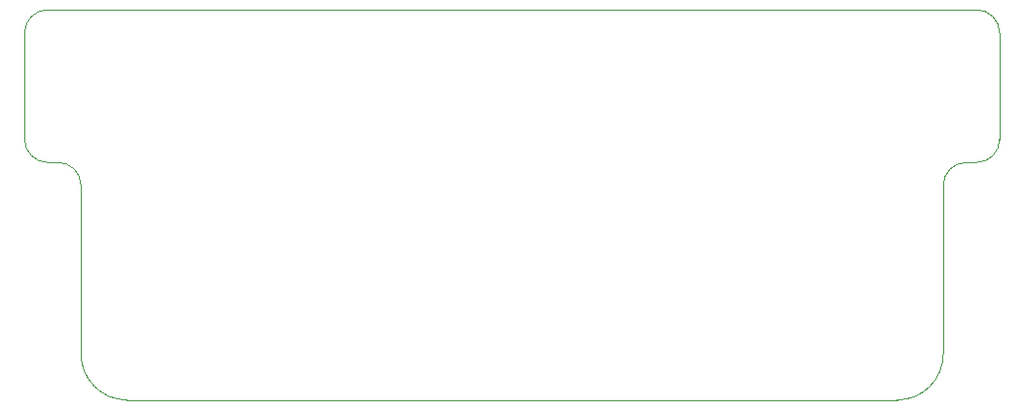
<source format=gm1>
G04 #@! TF.GenerationSoftware,KiCad,Pcbnew,8.0.6*
G04 #@! TF.CreationDate,2024-11-07T02:26:34-08:00*
G04 #@! TF.ProjectId,hvd-50-ce,6876642d-3530-42d6-9365-2e6b69636164,1*
G04 #@! TF.SameCoordinates,Original*
G04 #@! TF.FileFunction,Profile,NP*
%FSLAX46Y46*%
G04 Gerber Fmt 4.6, Leading zero omitted, Abs format (unit mm)*
G04 Created by KiCad (PCBNEW 8.0.6) date 2024-11-07 02:26:34*
%MOMM*%
%LPD*%
G01*
G04 APERTURE LIST*
G04 #@! TA.AperFunction,Profile*
%ADD10C,0.050000*%
G04 #@! TD*
G04 APERTURE END LIST*
D10*
X2900000Y34000000D02*
X-77900000Y34000000D01*
X-71000000Y0D02*
X-4000000Y0D01*
X-77000000Y20700000D02*
G75*
G02*
X-75000000Y18700000I0J-2000000D01*
G01*
X2000000Y20700000D02*
X2900000Y20700000D01*
X0Y4000000D02*
X0Y18700000D01*
X0Y4000000D02*
G75*
G02*
X-4000000Y0I-4000000J0D01*
G01*
X-79900000Y32000000D02*
G75*
G02*
X-77900000Y34000000I2000000J0D01*
G01*
X-77900000Y20700000D02*
G75*
G02*
X-79900000Y22700000I0J2000000D01*
G01*
X0Y18700000D02*
G75*
G02*
X2000000Y20700000I2000000J0D01*
G01*
X-75000000Y4000000D02*
X-75000000Y18700000D01*
X-77000000Y20700000D02*
X-77900000Y20700000D01*
X4900000Y22700000D02*
G75*
G02*
X2900000Y20700000I-2000000J0D01*
G01*
X-71000000Y0D02*
G75*
G02*
X-75000000Y4000000I0J4000000D01*
G01*
X2900000Y34000000D02*
G75*
G02*
X4900000Y32000000I0J-2000000D01*
G01*
X4900000Y22700000D02*
X4900000Y32000000D01*
X-79900000Y22700000D02*
X-79900000Y32000000D01*
M02*

</source>
